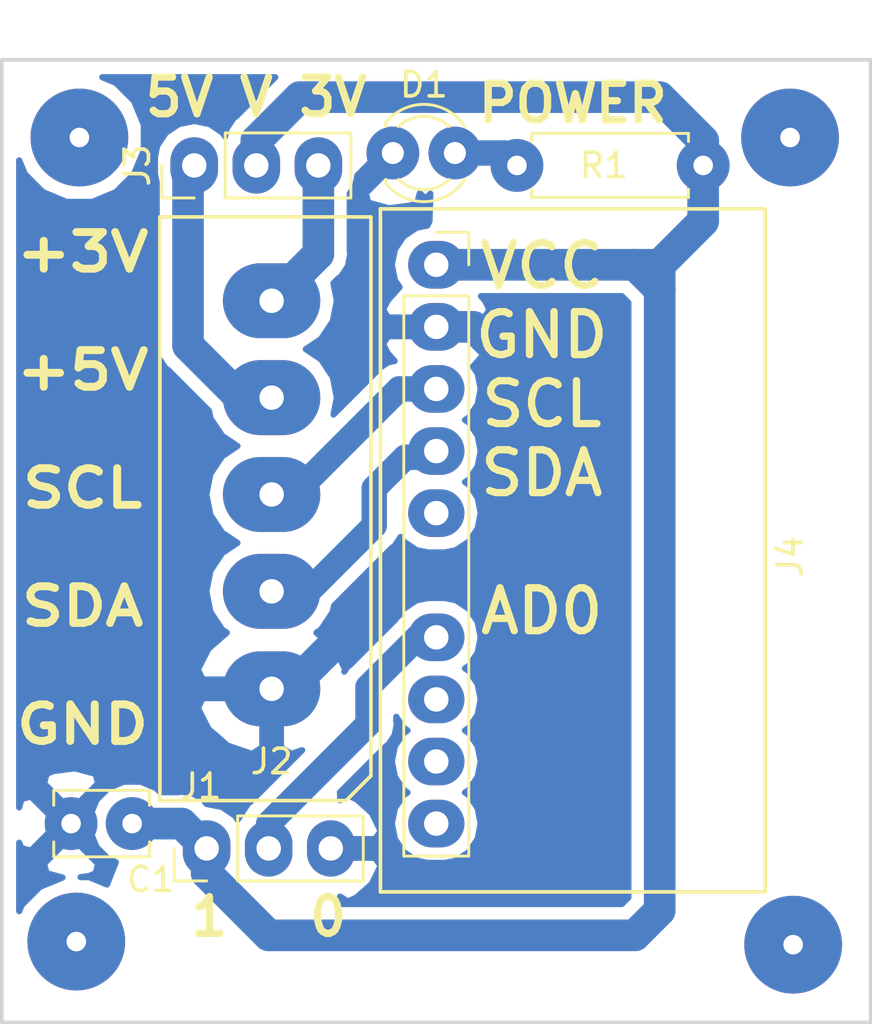
<source format=kicad_pcb>
(kicad_pcb (version 20171130) (host pcbnew "(5.0.2)-1")

  (general
    (thickness 1.6)
    (drawings 9)
    (tracks 51)
    (zones 0)
    (modules 7)
    (nets 13)
  )

  (page A4)
  (layers
    (0 F.Cu signal)
    (31 B.Cu signal)
    (32 B.Adhes user)
    (33 F.Adhes user)
    (34 B.Paste user)
    (35 F.Paste user)
    (36 B.SilkS user)
    (37 F.SilkS user)
    (38 B.Mask user)
    (39 F.Mask user)
    (40 Dwgs.User user)
    (41 Cmts.User user)
    (42 Eco1.User user)
    (43 Eco2.User user)
    (44 Edge.Cuts user)
    (45 Margin user)
    (46 B.CrtYd user)
    (47 F.CrtYd user)
    (48 B.Fab user)
    (49 F.Fab user)
  )

  (setup
    (last_trace_width 0.25)
    (trace_clearance 0.2)
    (zone_clearance 0.508)
    (zone_45_only no)
    (trace_min 0.2)
    (segment_width 0.2)
    (edge_width 0.15)
    (via_size 0.8)
    (via_drill 0.4)
    (via_min_size 0.4)
    (via_min_drill 0.3)
    (uvia_size 0.3)
    (uvia_drill 0.1)
    (uvias_allowed no)
    (uvia_min_size 0.2)
    (uvia_min_drill 0.1)
    (pcb_text_width 0.3)
    (pcb_text_size 1.5 1.5)
    (mod_edge_width 0.15)
    (mod_text_size 1 1)
    (mod_text_width 0.15)
    (pad_size 2.303 1.948)
    (pad_drill 1)
    (pad_to_mask_clearance 0.051)
    (solder_mask_min_width 0.25)
    (aux_axis_origin 0 0)
    (visible_elements FFFFFF7F)
    (pcbplotparams
      (layerselection 0x010fc_ffffffff)
      (usegerberextensions false)
      (usegerberattributes false)
      (usegerberadvancedattributes false)
      (creategerberjobfile false)
      (excludeedgelayer true)
      (linewidth 0.101600)
      (plotframeref false)
      (viasonmask false)
      (mode 1)
      (useauxorigin false)
      (hpglpennumber 1)
      (hpglpenspeed 20)
      (hpglpendiameter 15.000000)
      (psnegative false)
      (psa4output false)
      (plotreference true)
      (plotvalue true)
      (plotinvisibletext false)
      (padsonsilk false)
      (subtractmaskfromsilk false)
      (outputformat 1)
      (mirror false)
      (drillshape 1)
      (scaleselection 1)
      (outputdirectory "front/"))
  )

  (net 0 "")
  (net 1 GND)
  (net 2 VCC)
  (net 3 "Net-(D1-Pad2)")
  (net 4 "Net-(J1-Pad2)")
  (net 5 "Net-(J2-Pad5)")
  (net 6 "Net-(J2-Pad4)")
  (net 7 "Net-(J2-Pad3)")
  (net 8 "Net-(J2-Pad2)")
  (net 9 "Net-(J4-Pad5)")
  (net 10 "Net-(J4-Pad8)")
  (net 11 "Net-(J4-Pad9)")
  (net 12 "Net-(J4-Pad10)")

  (net_class Default "This is the default net class."
    (clearance 0.2)
    (trace_width 0.25)
    (via_dia 0.8)
    (via_drill 0.4)
    (uvia_dia 0.3)
    (uvia_drill 0.1)
  )

  (net_class Power ""
    (clearance 0.2)
    (trace_width 1.295)
    (via_dia 0.8)
    (via_drill 0.4)
    (uvia_dia 0.3)
    (uvia_drill 0.1)
    (add_net GND)
    (add_net "Net-(J2-Pad4)")
    (add_net "Net-(J2-Pad5)")
    (add_net VCC)
  )

  (net_class Signal ""
    (clearance 0.2)
    (trace_width 1.041)
    (via_dia 0.8)
    (via_drill 0.4)
    (uvia_dia 0.3)
    (uvia_drill 0.1)
    (add_net "Net-(D1-Pad2)")
    (add_net "Net-(J1-Pad2)")
    (add_net "Net-(J2-Pad2)")
    (add_net "Net-(J2-Pad3)")
    (add_net "Net-(J4-Pad10)")
    (add_net "Net-(J4-Pad5)")
    (add_net "Net-(J4-Pad8)")
    (add_net "Net-(J4-Pad9)")
  )

  (module Connector_PinSocket_2.54mm:PinSocket_1x10_P2.54mm_Vertical (layer F.Cu) (tedit 5D4838D0) (tstamp 5D54A4DB)
    (at 67.31 57.912)
    (descr "Through hole straight socket strip, 1x10, 2.54mm pitch, single row (from Kicad 4.0.7), script generated")
    (tags "Through hole socket strip THT 1x10 2.54mm single row")
    (path /5D50C020)
    (fp_text reference J4 (at 14.478 11.938 90) (layer F.SilkS)
      (effects (font (size 1 1) (thickness 0.15)))
    )
    (fp_text value Conn_01x10 (at 0 25.63) (layer F.Fab)
      (effects (font (size 1 1) (thickness 0.15)))
    )
    (fp_line (start -1.27 -1.27) (end 0.635 -1.27) (layer F.Fab) (width 0.1))
    (fp_line (start 0.635 -1.27) (end 1.27 -0.635) (layer F.Fab) (width 0.1))
    (fp_line (start 1.27 -0.635) (end 1.27 24.13) (layer F.Fab) (width 0.1))
    (fp_line (start 1.27 24.13) (end -1.27 24.13) (layer F.Fab) (width 0.1))
    (fp_line (start -1.27 24.13) (end -1.27 -1.27) (layer F.Fab) (width 0.1))
    (fp_line (start -1.33 1.27) (end 1.33 1.27) (layer F.SilkS) (width 0.12))
    (fp_line (start -1.33 1.27) (end -1.33 24.19) (layer F.SilkS) (width 0.12))
    (fp_line (start -1.33 24.19) (end 1.33 24.19) (layer F.SilkS) (width 0.12))
    (fp_line (start 1.33 1.27) (end 1.33 24.19) (layer F.SilkS) (width 0.12))
    (fp_line (start 1.33 -1.33) (end 1.33 0) (layer F.SilkS) (width 0.12))
    (fp_line (start 0 -1.33) (end 1.33 -1.33) (layer F.SilkS) (width 0.12))
    (fp_line (start -1.8 -1.8) (end 1.75 -1.8) (layer F.CrtYd) (width 0.05))
    (fp_line (start 1.75 -1.8) (end 1.75 24.6) (layer F.CrtYd) (width 0.05))
    (fp_line (start 1.75 24.6) (end -1.8 24.6) (layer F.CrtYd) (width 0.05))
    (fp_line (start -1.8 24.6) (end -1.8 -1.8) (layer F.CrtYd) (width 0.05))
    (fp_text user %R (at 0 11.43 90) (layer F.Fab)
      (effects (font (size 1 1) (thickness 0.15)))
    )
    (fp_line (start -2.286 -2.286) (end 13.462 -2.286) (layer F.SilkS) (width 0.15))
    (fp_line (start 13.462 -2.286) (end 13.462 25.654) (layer F.SilkS) (width 0.15))
    (fp_line (start 13.462 25.654) (end -2.286 25.654) (layer F.SilkS) (width 0.15))
    (fp_line (start -2.286 25.654) (end -2.286 -2.286) (layer F.SilkS) (width 0.15))
    (pad 1 thru_hole oval (at 0 0) (size 2.3036 1.948) (drill 1) (layers *.Cu *.Mask)
      (net 2 VCC))
    (pad 2 thru_hole oval (at 0 2.54) (size 2.3036 1.948) (drill 1) (layers *.Cu *.Mask)
      (net 1 GND))
    (pad 3 thru_hole oval (at 0 5.08) (size 2.3036 1.948) (drill 1) (layers *.Cu *.Mask)
      (net 7 "Net-(J2-Pad3)"))
    (pad 4 thru_hole oval (at 0 7.62) (size 2.3036 1.948) (drill 1) (layers *.Cu *.Mask)
      (net 8 "Net-(J2-Pad2)"))
    (pad 5 thru_hole oval (at 0 10.16) (size 2.3036 1.948) (drill 1) (layers *.Cu *.Mask)
      (net 9 "Net-(J4-Pad5)"))
    (pad 7 thru_hole oval (at 0 15.24) (size 2.3036 1.948) (drill 1) (layers *.Cu *.Mask)
      (net 4 "Net-(J1-Pad2)"))
    (pad 8 thru_hole oval (at 0 17.78) (size 2.3036 1.948) (drill 1) (layers *.Cu *.Mask)
      (net 10 "Net-(J4-Pad8)"))
    (pad 9 thru_hole oval (at 0 20.32) (size 2.3036 1.948) (drill 1) (layers *.Cu *.Mask)
      (net 11 "Net-(J4-Pad9)"))
    (pad 10 thru_hole oval (at 0 22.86) (size 2.3036 1.948) (drill 1) (layers *.Cu *.Mask)
      (net 12 "Net-(J4-Pad10)"))
    (model ${KISYS3DMOD}/Connector_PinSocket_2.54mm.3dshapes/PinSocket_1x10_P2.54mm_Vertical.wrl
      (at (xyz 0 0 0))
      (scale (xyz 1 1 1))
      (rotate (xyz 0 0 0))
    )
  )

  (module _018:Cap_0.1in_pF (layer F.Cu) (tedit 5BA2F428) (tstamp 5D54A46D)
    (at 54.864 80.772 180)
    (descr "C, Disc series, Radial, pin pitch=2.50mm, , diameter*width=3.8*2.6mm^2, Capacitor, http://www.vishay.com/docs/45233/krseries.pdf")
    (tags "C Disc series Radial pin pitch 2.50mm  diameter 3.8mm width 2.6mm Capacitor")
    (path /5D4826F3)
    (fp_text reference C1 (at -0.762 -2.286 180) (layer F.SilkS)
      (effects (font (size 1 1) (thickness 0.15)))
    )
    (fp_text value C (at 1.25 2.61 180) (layer F.Fab)
      (effects (font (size 1 1) (thickness 0.15)))
    )
    (fp_text user %R (at 1.25 0 180) (layer F.Fab)
      (effects (font (size 1 1) (thickness 0.15)))
    )
    (fp_line (start 3.55 -1.65) (end -1.05 -1.65) (layer F.CrtYd) (width 0.05))
    (fp_line (start 3.55 1.65) (end 3.55 -1.65) (layer F.CrtYd) (width 0.05))
    (fp_line (start -1.05 1.65) (end 3.55 1.65) (layer F.CrtYd) (width 0.05))
    (fp_line (start -1.05 -1.65) (end -1.05 1.65) (layer F.CrtYd) (width 0.05))
    (fp_line (start 3.21 0.75) (end 3.21 1.36) (layer F.SilkS) (width 0.12))
    (fp_line (start 3.21 -1.36) (end 3.21 -0.75) (layer F.SilkS) (width 0.12))
    (fp_line (start -0.71 0.75) (end -0.71 1.36) (layer F.SilkS) (width 0.12))
    (fp_line (start -0.71 -1.36) (end -0.71 -0.75) (layer F.SilkS) (width 0.12))
    (fp_line (start -0.71 1.36) (end 3.21 1.36) (layer F.SilkS) (width 0.12))
    (fp_line (start -0.71 -1.36) (end 3.21 -1.36) (layer F.SilkS) (width 0.12))
    (fp_line (start 3.15 -1.3) (end -0.65 -1.3) (layer F.Fab) (width 0.1))
    (fp_line (start 3.15 1.3) (end 3.15 -1.3) (layer F.Fab) (width 0.1))
    (fp_line (start -0.65 1.3) (end 3.15 1.3) (layer F.Fab) (width 0.1))
    (fp_line (start -0.65 -1.3) (end -0.65 1.3) (layer F.Fab) (width 0.1))
    (pad 2 thru_hole circle (at 2.5 0 180) (size 2.159 2.159) (drill 0.8) (layers *.Cu *.Mask)
      (net 1 GND))
    (pad 1 thru_hole circle (at 0 0 180) (size 2.159 2.159) (drill 0.8) (layers *.Cu *.Mask)
      (net 2 VCC))
    (model ${KISYS3DMOD}/Capacitor_THT.3dshapes/C_Disc_D3.8mm_W2.6mm_P2.50mm.wrl
      (at (xyz 0 0 0))
      (scale (xyz 1 1 1))
      (rotate (xyz 0 0 0))
    )
  )

  (module _018:LED_D3.0mm (layer F.Cu) (tedit 5C572199) (tstamp 5D54A480)
    (at 65.532 53.34)
    (descr "LED, diameter 3.0mm, 2 pins")
    (tags "LED diameter 3.0mm 2 pins")
    (path /5D483BD2)
    (fp_text reference D1 (at 1.27 -2.794) (layer F.SilkS)
      (effects (font (size 1 1) (thickness 0.15)))
    )
    (fp_text value LED (at 1.27 2.96) (layer F.Fab)
      (effects (font (size 1 1) (thickness 0.15)))
    )
    (fp_line (start 3.7 -2.25) (end -1.15 -2.25) (layer F.CrtYd) (width 0.05))
    (fp_line (start 3.7 2.25) (end 3.7 -2.25) (layer F.CrtYd) (width 0.05))
    (fp_line (start -1.15 2.25) (end 3.7 2.25) (layer F.CrtYd) (width 0.05))
    (fp_line (start -1.15 -2.25) (end -1.15 2.25) (layer F.CrtYd) (width 0.05))
    (fp_line (start -0.29 1.08) (end -0.29 1.236) (layer F.SilkS) (width 0.12))
    (fp_line (start -0.29 -1.236) (end -0.29 -1.08) (layer F.SilkS) (width 0.12))
    (fp_line (start -0.23 -1.16619) (end -0.23 1.16619) (layer F.Fab) (width 0.1))
    (fp_circle (center 1.27 0) (end 2.77 0) (layer F.Fab) (width 0.1))
    (fp_arc (start 1.27 0) (end 0.229039 1.08) (angle -87.9) (layer F.SilkS) (width 0.12))
    (fp_arc (start 1.27 0) (end 0.229039 -1.08) (angle 87.9) (layer F.SilkS) (width 0.12))
    (fp_arc (start 1.27 0) (end -0.29 1.235516) (angle -108.8) (layer F.SilkS) (width 0.12))
    (fp_arc (start 1.27 0) (end -0.29 -1.235516) (angle 108.8) (layer F.SilkS) (width 0.12))
    (fp_arc (start 1.27 0) (end -0.23 -1.16619) (angle 284.3) (layer F.Fab) (width 0.1))
    (pad 2 thru_hole circle (at 2.54 0) (size 2.159 2.159) (drill 0.9) (layers *.Cu *.Mask)
      (net 3 "Net-(D1-Pad2)"))
    (pad 1 thru_hole circle (at 0 0) (size 2.159 2.159) (drill 0.9) (layers *.Cu *.Mask)
      (net 1 GND))
    (model ${KISYS3DMOD}/LED_THT.3dshapes/LED_D3.0mm.step
      (offset (xyz 0 0 -3.174999952316284))
      (scale (xyz 1 1 1))
      (rotate (xyz 0 0 0))
    )
  )

  (module Connector_PinHeader_2.54mm:PinHeader_1x03_P2.54mm_Vertical (layer F.Cu) (tedit 59FED5CC) (tstamp 5D54A497)
    (at 57.912 81.788 90)
    (descr "Through hole straight pin header, 1x03, 2.54mm pitch, single row")
    (tags "Through hole pin header THT 1x03 2.54mm single row")
    (path /5D480001)
    (fp_text reference J1 (at 2.54 -0.254 180) (layer F.SilkS)
      (effects (font (size 1 1) (thickness 0.15)))
    )
    (fp_text value Conn_01x03_Male (at 0 7.41 90) (layer F.Fab)
      (effects (font (size 1 1) (thickness 0.15)))
    )
    (fp_line (start -0.635 -1.27) (end 1.27 -1.27) (layer F.Fab) (width 0.1))
    (fp_line (start 1.27 -1.27) (end 1.27 6.35) (layer F.Fab) (width 0.1))
    (fp_line (start 1.27 6.35) (end -1.27 6.35) (layer F.Fab) (width 0.1))
    (fp_line (start -1.27 6.35) (end -1.27 -0.635) (layer F.Fab) (width 0.1))
    (fp_line (start -1.27 -0.635) (end -0.635 -1.27) (layer F.Fab) (width 0.1))
    (fp_line (start -1.33 6.41) (end 1.33 6.41) (layer F.SilkS) (width 0.12))
    (fp_line (start -1.33 1.27) (end -1.33 6.41) (layer F.SilkS) (width 0.12))
    (fp_line (start 1.33 1.27) (end 1.33 6.41) (layer F.SilkS) (width 0.12))
    (fp_line (start -1.33 1.27) (end 1.33 1.27) (layer F.SilkS) (width 0.12))
    (fp_line (start -1.33 0) (end -1.33 -1.33) (layer F.SilkS) (width 0.12))
    (fp_line (start -1.33 -1.33) (end 0 -1.33) (layer F.SilkS) (width 0.12))
    (fp_line (start -1.8 -1.8) (end -1.8 6.85) (layer F.CrtYd) (width 0.05))
    (fp_line (start -1.8 6.85) (end 1.8 6.85) (layer F.CrtYd) (width 0.05))
    (fp_line (start 1.8 6.85) (end 1.8 -1.8) (layer F.CrtYd) (width 0.05))
    (fp_line (start 1.8 -1.8) (end -1.8 -1.8) (layer F.CrtYd) (width 0.05))
    (fp_text user %R (at 0 2.54 180) (layer F.Fab)
      (effects (font (size 1 1) (thickness 0.15)))
    )
    (pad 1 thru_hole oval (at 0 0 90) (size 2.303 1.948) (drill 1) (layers *.Cu *.Mask)
      (net 2 VCC))
    (pad 2 thru_hole oval (at 0 2.54 90) (size 2.303 1.948) (drill 1) (layers *.Cu *.Mask)
      (net 4 "Net-(J1-Pad2)"))
    (pad 3 thru_hole oval (at 0 5.08 90) (size 2.303 1.948) (drill 1) (layers *.Cu *.Mask)
      (net 1 GND))
    (model ${KISYS3DMOD}/Connector_PinHeader_2.54mm.3dshapes/PinHeader_1x03_P2.54mm_Vertical.wrl
      (at (xyz 0 0 0))
      (scale (xyz 1 1 1))
      (rotate (xyz 0 0 0))
    )
  )

  (module _019:Molex_5 (layer F.Cu) (tedit 5D47D20C) (tstamp 5D54A4A6)
    (at 60.571001 75.259001)
    (descr "Through hole straight socket strip, 1x05, 2.54mm pitch, single row (from Kicad 4.0.7), script generated")
    (tags "Through hole socket strip THT 1x05 2.54mm single row")
    (path /5D50C0A0)
    (fp_text reference J2 (at 0 2.972999 180) (layer F.SilkS)
      (effects (font (size 1 1) (thickness 0.15)))
    )
    (fp_text value Conn_01x05 (at -2.4892 9.525) (layer F.Fab) hide
      (effects (font (size 1 1) (thickness 0.15)))
    )
    (fp_text user %R (at 0.1524 -8.001 270) (layer F.Fab)
      (effects (font (size 1 1) (thickness 0.15)))
    )
    (fp_line (start -4.572 -19.304) (end 4.064 -19.304) (layer F.SilkS) (width 0.15))
    (fp_line (start 4.064 -19.304) (end 4.064 3.556) (layer F.SilkS) (width 0.15))
    (fp_line (start 4.064 3.556) (end 3.048 4.572) (layer F.SilkS) (width 0.15))
    (fp_line (start 3.048 4.572) (end -4.572 4.572) (layer F.SilkS) (width 0.15))
    (fp_line (start -4.572 4.572) (end -4.572 -19.304) (layer F.SilkS) (width 0.15))
    (pad 5 thru_hole oval (at 0 -15.875) (size 3.986 3.0656) (drill 1) (layers *.Cu *.Mask)
      (net 5 "Net-(J2-Pad5)"))
    (pad 4 thru_hole oval (at 0 -11.9126) (size 3.986 3.0656) (drill 1) (layers *.Cu *.Mask)
      (net 6 "Net-(J2-Pad4)"))
    (pad 3 thru_hole oval (at 0 -7.9502) (size 3.986 3.0656) (drill 1) (layers *.Cu *.Mask)
      (net 7 "Net-(J2-Pad3)"))
    (pad 2 thru_hole oval (at 0 -3.9878) (size 3.986 3.0656) (drill 1) (layers *.Cu *.Mask)
      (net 8 "Net-(J2-Pad2)"))
    (pad 1 thru_hole oval (at 0 0) (size 3.986 3.0656) (drill 1) (layers *.Cu *.Mask)
      (net 1 GND))
    (model ${KISYS3DMOD}/Connector_PinSocket_2.54mm.3dshapes/PinSocket_1x05_P2.54mm_Vertical.wrl
      (offset (xyz 0 12.69999980926514 0))
      (scale (xyz 1 1 1))
      (rotate (xyz 0 0 0))
    )
  )

  (module Connector_PinHeader_2.54mm:PinHeader_1x03_P2.54mm_Vertical (layer F.Cu) (tedit 5D483476) (tstamp 5D54A4BD)
    (at 57.404 53.848 90)
    (descr "Through hole straight pin header, 1x03, 2.54mm pitch, single row")
    (tags "Through hole pin header THT 1x03 2.54mm single row")
    (path /5D480121)
    (fp_text reference J3 (at 0 -2.33 90) (layer F.SilkS)
      (effects (font (size 1 1) (thickness 0.15)))
    )
    (fp_text value Conn_01x03_Male (at 0 7.41 90) (layer F.Fab)
      (effects (font (size 1 1) (thickness 0.15)))
    )
    (fp_text user %R (at 0 2.54 180) (layer F.Fab)
      (effects (font (size 1 1) (thickness 0.15)))
    )
    (fp_line (start 1.8 -1.8) (end -1.8 -1.8) (layer F.CrtYd) (width 0.05))
    (fp_line (start 1.8 6.85) (end 1.8 -1.8) (layer F.CrtYd) (width 0.05))
    (fp_line (start -1.8 6.85) (end 1.8 6.85) (layer F.CrtYd) (width 0.05))
    (fp_line (start -1.8 -1.8) (end -1.8 6.85) (layer F.CrtYd) (width 0.05))
    (fp_line (start -1.33 -1.33) (end 0 -1.33) (layer F.SilkS) (width 0.12))
    (fp_line (start -1.33 0) (end -1.33 -1.33) (layer F.SilkS) (width 0.12))
    (fp_line (start -1.33 1.27) (end 1.33 1.27) (layer F.SilkS) (width 0.12))
    (fp_line (start 1.33 1.27) (end 1.33 6.41) (layer F.SilkS) (width 0.12))
    (fp_line (start -1.33 1.27) (end -1.33 6.41) (layer F.SilkS) (width 0.12))
    (fp_line (start -1.33 6.41) (end 1.33 6.41) (layer F.SilkS) (width 0.12))
    (fp_line (start -1.27 -0.635) (end -0.635 -1.27) (layer F.Fab) (width 0.1))
    (fp_line (start -1.27 6.35) (end -1.27 -0.635) (layer F.Fab) (width 0.1))
    (fp_line (start 1.27 6.35) (end -1.27 6.35) (layer F.Fab) (width 0.1))
    (fp_line (start 1.27 -1.27) (end 1.27 6.35) (layer F.Fab) (width 0.1))
    (fp_line (start -0.635 -1.27) (end 1.27 -1.27) (layer F.Fab) (width 0.1))
    (pad 3 thru_hole oval (at 0 5.08 90) (size 2.303 1.948) (drill 1) (layers *.Cu *.Mask)
      (net 5 "Net-(J2-Pad5)"))
    (pad 2 thru_hole oval (at 0 2.54 90) (size 2.303 1.948) (drill 1) (layers *.Cu *.Mask)
      (net 2 VCC))
    (pad 1 thru_hole oval (at 0 0 90) (size 2.303 1.948) (drill 1) (layers *.Cu *.Mask)
      (net 6 "Net-(J2-Pad4)"))
    (model ${KISYS3DMOD}/Connector_PinHeader_2.54mm.3dshapes/PinHeader_1x03_P2.54mm_Vertical.wrl
      (at (xyz 0 0 0))
      (scale (xyz 1 1 1))
      (rotate (xyz 0 0 0))
    )
  )

  (module _018:Res_Small (layer F.Cu) (tedit 5B3139D2) (tstamp 5D54A4F1)
    (at 70.612 53.848)
    (descr "Resistor, Axial_DIN0207 series, Axial, Horizontal, pin pitch=7.62mm, 0.25W = 1/4W, length*diameter=6.3*2.5mm^2, http://cdn-reichelt.de/documents/datenblatt/B400/1_4W%23YAG.pdf")
    (tags "Resistor Axial_DIN0207 series Axial Horizontal pin pitch 7.62mm 0.25W = 1/4W length 6.3mm diameter 2.5mm")
    (path /5D483B60)
    (fp_text reference R1 (at 3.556 0) (layer F.SilkS)
      (effects (font (size 1 1) (thickness 0.15)))
    )
    (fp_text value R (at 3.81 2.31) (layer F.Fab)
      (effects (font (size 1 1) (thickness 0.15)))
    )
    (fp_line (start 8.7 -1.6) (end -1.05 -1.6) (layer F.CrtYd) (width 0.05))
    (fp_line (start 8.7 1.6) (end 8.7 -1.6) (layer F.CrtYd) (width 0.05))
    (fp_line (start -1.05 1.6) (end 8.7 1.6) (layer F.CrtYd) (width 0.05))
    (fp_line (start -1.05 -1.6) (end -1.05 1.6) (layer F.CrtYd) (width 0.05))
    (fp_line (start 7.02 1.31) (end 7.02 0.98) (layer F.SilkS) (width 0.12))
    (fp_line (start 0.6 1.31) (end 7.02 1.31) (layer F.SilkS) (width 0.12))
    (fp_line (start 0.6 0.98) (end 0.6 1.31) (layer F.SilkS) (width 0.12))
    (fp_line (start 7.02 -1.31) (end 7.02 -0.98) (layer F.SilkS) (width 0.12))
    (fp_line (start 0.6 -1.31) (end 7.02 -1.31) (layer F.SilkS) (width 0.12))
    (fp_line (start 0.6 -0.98) (end 0.6 -1.31) (layer F.SilkS) (width 0.12))
    (fp_line (start 7.62 0) (end 6.96 0) (layer F.Fab) (width 0.1))
    (fp_line (start 0 0) (end 0.66 0) (layer F.Fab) (width 0.1))
    (fp_line (start 6.96 -1.25) (end 0.66 -1.25) (layer F.Fab) (width 0.1))
    (fp_line (start 6.96 1.25) (end 6.96 -1.25) (layer F.Fab) (width 0.1))
    (fp_line (start 0.66 1.25) (end 6.96 1.25) (layer F.Fab) (width 0.1))
    (fp_line (start 0.66 -1.25) (end 0.66 1.25) (layer F.Fab) (width 0.1))
    (pad 2 thru_hole circle (at 7.62 0) (size 2.159 2.159) (drill 0.8) (layers *.Cu *.Mask)
      (net 2 VCC))
    (pad 1 thru_hole circle (at 0 0) (size 2.159 2.159) (drill 0.8) (layers *.Cu *.Mask)
      (net 3 "Net-(D1-Pad2)"))
    (model ${KISYS3DMOD}/Resistor_THT.3dshapes/R_Axial_DIN0207_L6.3mm_D2.5mm_P7.62mm_Horizontal.wrl
      (at (xyz 0 0 0))
      (scale (xyz 1 1 1))
      (rotate (xyz 0 0 0))
    )
  )

  (gr_text POWER (at 72.898 51.308) (layer F.SilkS)
    (effects (font (size 1.5 1.5) (thickness 0.3)))
  )
  (gr_text "5V V 3V" (at 59.944 51.054) (layer F.SilkS)
    (effects (font (size 1.5 1.5) (thickness 0.3)))
  )
  (gr_text "1   0" (at 60.452 84.582) (layer F.SilkS)
    (effects (font (size 1.5 1.5) (thickness 0.3)))
  )
  (gr_text "VCC\nGND\nSCL\nSDA\n\nAD0" (at 71.628 65.024) (layer F.SilkS)
    (effects (font (size 1.754 1.754) (thickness 0.3)))
  )
  (gr_text "+3V\n\n+5V\n\nSCL\n\nSDA\n\nGND" (at 52.832 67.056) (layer F.SilkS)
    (effects (font (size 1.5 1.754) (thickness 0.3242)))
  )
  (gr_line (start 49.53 49.53) (end 85.09 49.53) (layer Edge.Cuts) (width 0.15))
  (gr_line (start 49.53 88.9) (end 49.53 49.53) (layer Edge.Cuts) (width 0.15))
  (gr_line (start 85.09 88.9) (end 49.53 88.9) (layer Edge.Cuts) (width 0.15))
  (gr_line (start 85.09 49.53) (end 85.09 88.9) (layer Edge.Cuts) (width 0.15))

  (via (at 81.915 85.725) (size 4) (drill 0.8) (layers F.Cu B.Cu) (net 0))
  (via (at 81.788 52.705) (size 4) (drill 0.8) (layers F.Cu B.Cu) (net 0) (tstamp 5D54B098))
  (via (at 52.705 52.705) (size 4) (drill 0.8) (layers F.Cu B.Cu) (net 0) (tstamp 5D54B098))
  (via (at 52.578 85.598) (size 4) (drill 0.8) (layers F.Cu B.Cu) (net 0) (tstamp 5D54B098))
  (segment (start 68.834 60.452) (end 70.358 61.976) (width 1.295) (layer B.Cu) (net 1))
  (segment (start 67.31 60.452) (end 68.834 60.452) (width 1.295) (layer B.Cu) (net 1))
  (segment (start 61.295657 75.259001) (end 60.571001 75.259001) (width 1.295) (layer B.Cu) (net 1))
  (segment (start 70.358 69.088) (end 68.58 70.866) (width 1.295) (layer B.Cu) (net 1))
  (segment (start 68.58 70.866) (end 65.688658 70.866) (width 1.295) (layer B.Cu) (net 1))
  (segment (start 70.358 61.976) (end 70.358 69.088) (width 1.295) (layer B.Cu) (net 1))
  (segment (start 65.688658 70.866) (end 61.295657 75.259001) (width 1.295) (layer B.Cu) (net 1))
  (segment (start 78.232 52.832) (end 78.232 53.848) (width 1.295) (layer B.Cu) (net 2))
  (segment (start 76.454 51.054) (end 78.232 52.832) (width 1.295) (layer B.Cu) (net 2))
  (segment (start 61.722 51.054) (end 76.454 51.054) (width 1.295) (layer B.Cu) (net 2))
  (segment (start 59.944 53.848) (end 59.944 52.832) (width 1.295) (layer B.Cu) (net 2))
  (segment (start 59.944 52.832) (end 61.722 51.054) (width 1.295) (layer B.Cu) (net 2))
  (segment (start 78.232 53.848) (end 78.232 56.134) (width 1.295) (layer B.Cu) (net 2))
  (segment (start 78.232 56.134) (end 76.454 57.912) (width 1.295) (layer B.Cu) (net 2))
  (segment (start 75.438 57.912) (end 76.454 58.928) (width 1.295) (layer B.Cu) (net 2))
  (segment (start 76.454 58.928) (end 76.454 57.912) (width 1.295) (layer B.Cu) (net 2))
  (segment (start 75.438 57.912) (end 67.31 57.912) (width 1.295) (layer B.Cu) (net 2))
  (segment (start 76.454 57.912) (end 75.438 57.912) (width 1.295) (layer B.Cu) (net 2))
  (segment (start 76.454 84.328) (end 76.454 58.928) (width 1.295) (layer B.Cu) (net 2))
  (segment (start 75.438 85.344) (end 76.454 84.328) (width 1.295) (layer B.Cu) (net 2))
  (segment (start 60.452 85.344) (end 75.438 85.344) (width 1.295) (layer B.Cu) (net 2))
  (segment (start 57.912 81.788) (end 57.912 82.804) (width 1.295) (layer B.Cu) (net 2))
  (segment (start 57.912 82.804) (end 60.452 85.344) (width 1.295) (layer B.Cu) (net 2))
  (segment (start 56.896 80.772) (end 57.912 81.788) (width 1.295) (layer B.Cu) (net 2))
  (segment (start 54.864 80.772) (end 56.896 80.772) (width 1.295) (layer B.Cu) (net 2))
  (segment (start 70.104 53.34) (end 70.612 53.848) (width 1.041) (layer B.Cu) (net 3))
  (segment (start 68.072 53.34) (end 70.104 53.34) (width 1.041) (layer B.Cu) (net 3))
  (segment (start 60.452 80.772) (end 60.452 81.788) (width 1.041) (layer B.Cu) (net 4))
  (segment (start 64.516 76.708) (end 60.452 80.772) (width 1.041) (layer B.Cu) (net 4))
  (segment (start 64.516 75.184) (end 64.516 76.708) (width 1.041) (layer B.Cu) (net 4))
  (segment (start 67.31 73.152) (end 66.548 73.152) (width 1.041) (layer B.Cu) (net 4))
  (segment (start 66.548 73.152) (end 64.516 75.184) (width 1.041) (layer B.Cu) (net 4))
  (segment (start 62.484 57.471002) (end 60.571001 59.384001) (width 1.295) (layer B.Cu) (net 5))
  (segment (start 62.484 53.848) (end 62.484 57.471002) (width 1.295) (layer B.Cu) (net 5))
  (segment (start 59.282401 63.346401) (end 60.571001 63.346401) (width 1.295) (layer B.Cu) (net 6))
  (segment (start 57.15 61.214) (end 59.282401 63.346401) (width 1.295) (layer B.Cu) (net 6))
  (segment (start 57.404 53.848) (end 57.15 54.102) (width 1.295) (layer B.Cu) (net 6))
  (segment (start 57.15 54.102) (end 57.15 61.214) (width 1.295) (layer B.Cu) (net 6))
  (segment (start 61.469199 67.308801) (end 60.571001 67.308801) (width 1.041) (layer B.Cu) (net 7))
  (segment (start 67.31 62.992) (end 65.786 62.992) (width 1.041) (layer B.Cu) (net 7))
  (segment (start 65.786 62.992) (end 61.469199 67.308801) (width 1.041) (layer B.Cu) (net 7))
  (segment (start 62.078799 71.271201) (end 60.571001 71.271201) (width 1.041) (layer B.Cu) (net 8))
  (segment (start 64.77 68.58) (end 62.078799 71.271201) (width 1.041) (layer B.Cu) (net 8))
  (segment (start 64.77 67.056) (end 64.77 68.58) (width 1.041) (layer B.Cu) (net 8))
  (segment (start 66.04 65.786) (end 64.77 67.056) (width 1.041) (layer B.Cu) (net 8))
  (segment (start 67.31 65.532) (end 67.31 65.786) (width 1.041) (layer B.Cu) (net 8))
  (segment (start 67.31 65.786) (end 66.04 65.786) (width 1.041) (layer B.Cu) (net 8))

  (zone (net 1) (net_name GND) (layer B.Cu) (tstamp 0) (hatch edge 0.508)
    (connect_pads (clearance 0.508))
    (min_thickness 0.254)
    (fill yes (arc_segments 16) (thermal_gap 1.016) (thermal_bridge_width 1.016))
    (polygon
      (pts
        (xy 84.836 49.784) (xy 84.836 88.265) (xy 49.784 88.265) (xy 49.784 49.784)
      )
    )
    (filled_polygon
      (pts
        (xy 59.126454 51.835818) (xy 59.01937 51.907369) (xy 58.735912 52.331594) (xy 58.669061 52.667675) (xy 58.564024 52.510476)
        (xy 58.0318 52.154855) (xy 57.404 52.029978) (xy 56.776199 52.154855) (xy 56.243976 52.510476) (xy 55.888355 53.0427)
        (xy 55.795 53.512029) (xy 55.795 54.183972) (xy 55.8675 54.548456) (xy 55.867501 61.087685) (xy 55.842375 61.214)
        (xy 55.903474 61.521161) (xy 55.941913 61.714406) (xy 56.22537 62.138631) (xy 56.332454 62.210182) (xy 58.007764 63.885493)
        (xy 58.068779 64.192234) (xy 58.547905 64.909297) (xy 59.173941 65.327601) (xy 58.547905 65.745905) (xy 58.068779 66.462968)
        (xy 57.900532 67.308801) (xy 58.068779 68.154634) (xy 58.547905 68.871697) (xy 59.173941 69.290001) (xy 58.547905 69.708305)
        (xy 58.068779 70.425368) (xy 57.900532 71.271201) (xy 58.068779 72.117034) (xy 58.547905 72.834097) (xy 58.74088 72.963038)
        (xy 57.988032 73.618822) (xy 57.554474 74.468369) (xy 57.751314 74.878001) (xy 60.190001 74.878001) (xy 60.190001 74.858001)
        (xy 60.952001 74.858001) (xy 60.952001 74.878001) (xy 60.972001 74.878001) (xy 60.972001 75.640001) (xy 60.952001 75.640001)
        (xy 60.952001 77.65468) (xy 61.372444 77.919807) (xy 61.820489 77.769387) (xy 59.715414 79.874463) (xy 59.618931 79.938931)
        (xy 59.396653 80.271594) (xy 59.363543 80.321147) (xy 59.344845 80.41515) (xy 59.291976 80.450476) (xy 59.182 80.615066)
        (xy 59.072024 80.450476) (xy 58.5398 80.094855) (xy 57.912 79.969978) (xy 57.908419 79.97069) (xy 57.892184 79.954455)
        (xy 57.820631 79.847369) (xy 57.396406 79.563912) (xy 57.022312 79.4895) (xy 57.022311 79.4895) (xy 56.896 79.464375)
        (xy 56.769689 79.4895) (xy 56.006169 79.4895) (xy 55.835186 79.318517) (xy 55.205035 79.0575) (xy 54.522965 79.0575)
        (xy 53.892814 79.318517) (xy 53.410517 79.800814) (xy 53.1495 80.430965) (xy 53.1495 80.525315) (xy 52.902815 80.772)
        (xy 53.1495 81.018685) (xy 53.1495 81.113035) (xy 53.410517 81.743186) (xy 53.892814 82.225483) (xy 54.19702 82.351489)
        (xy 53.831561 83.265138) (xy 53.102134 82.963) (xy 52.749861 82.963) (xy 53.08975 82.918679) (xy 53.368749 82.803114)
        (xy 53.468709 82.415524) (xy 52.364 81.310815) (xy 51.259291 82.415524) (xy 51.359251 82.803114) (xy 52.014139 82.979456)
        (xy 51.085392 83.364155) (xy 50.344155 84.105392) (xy 50.24 84.356844) (xy 50.24 81.552502) (xy 50.332886 81.776749)
        (xy 50.720476 81.876709) (xy 51.825185 80.772) (xy 50.720476 79.667291) (xy 50.332886 79.767251) (xy 50.24 80.112206)
        (xy 50.24 79.128476) (xy 51.259291 79.128476) (xy 52.364 80.233185) (xy 53.468709 79.128476) (xy 53.368749 78.740886)
        (xy 52.514993 78.510995) (xy 51.63825 78.625321) (xy 51.359251 78.740886) (xy 51.259291 79.128476) (xy 50.24 79.128476)
        (xy 50.24 76.049633) (xy 57.554474 76.049633) (xy 57.988032 76.89918) (xy 58.777287 77.586677) (xy 59.769558 77.919807)
        (xy 60.190001 77.65468) (xy 60.190001 75.640001) (xy 57.751314 75.640001) (xy 57.554474 76.049633) (xy 50.24 76.049633)
        (xy 50.24 53.63955) (xy 50.471155 54.197608) (xy 51.212392 54.938845) (xy 52.180866 55.34) (xy 53.229134 55.34)
        (xy 54.197608 54.938845) (xy 54.938845 54.197608) (xy 55.34 53.229134) (xy 55.34 52.180866) (xy 54.938845 51.212392)
        (xy 54.197608 50.471155) (xy 53.63955 50.24) (xy 60.722271 50.24)
      )
    )
    (filled_polygon
      (pts
        (xy 66.084958 53.325858) (xy 66.070815 53.34) (xy 66.084958 53.354143) (xy 65.546143 53.892958) (xy 65.532 53.878815)
        (xy 64.427291 54.983524) (xy 64.527251 55.371114) (xy 65.381007 55.601005) (xy 66.25775 55.486679) (xy 66.536749 55.371114)
        (xy 66.636708 54.983526) (xy 66.863165 55.209983) (xy 67.069039 55.004109) (xy 67.031535 56.129223) (xy 66.948056 56.308106)
        (xy 66.504399 56.396355) (xy 65.972176 56.751976) (xy 65.616555 57.284199) (xy 65.491678 57.912) (xy 65.616555 58.539801)
        (xy 65.809331 58.828309) (xy 65.314922 59.382839) (xy 65.135007 59.749926) (xy 65.341023 60.071) (xy 66.929 60.071)
        (xy 66.929 60.051) (xy 67.691 60.051) (xy 67.691 60.071) (xy 69.278977 60.071) (xy 69.484993 59.749926)
        (xy 69.305078 59.382839) (xy 69.137158 59.1945) (xy 74.906772 59.1945) (xy 75.171501 59.45923) (xy 75.1715 83.796771)
        (xy 74.906772 84.0615) (xy 63.373002 84.0615) (xy 63.373002 83.756678) (xy 63.694074 83.962693) (xy 64.060902 83.782933)
        (xy 64.675038 83.235538) (xy 65.032947 82.494791) (xy 64.804869 82.169) (xy 63.373 82.169) (xy 63.373 82.189)
        (xy 62.611 82.189) (xy 62.611 82.169) (xy 62.591 82.169) (xy 62.591 81.407) (xy 62.611 81.407)
        (xy 62.611 81.387) (xy 63.373 81.387) (xy 63.373 81.407) (xy 64.804869 81.407) (xy 65.032947 81.081209)
        (xy 64.675038 80.340462) (xy 64.060902 79.793067) (xy 63.694074 79.613307) (xy 63.373002 79.819322) (xy 63.373002 79.4935)
        (xy 63.364623 79.4935) (xy 65.252589 77.605535) (xy 65.349069 77.541069) (xy 65.604457 77.158854) (xy 65.6715 76.821804)
        (xy 65.694137 76.708) (xy 65.6715 76.594196) (xy 65.6715 76.402032) (xy 65.972176 76.852024) (xy 66.136766 76.962)
        (xy 65.972176 77.071976) (xy 65.616555 77.604199) (xy 65.491678 78.232) (xy 65.616555 78.859801) (xy 65.972176 79.392024)
        (xy 66.136766 79.502) (xy 65.972176 79.611976) (xy 65.616555 80.144199) (xy 65.491678 80.772) (xy 65.616555 81.399801)
        (xy 65.972176 81.932024) (xy 66.504399 82.287645) (xy 66.973728 82.381) (xy 67.646272 82.381) (xy 68.115601 82.287645)
        (xy 68.647824 81.932024) (xy 69.003445 81.399801) (xy 69.128322 80.772) (xy 69.003445 80.144199) (xy 68.647824 79.611976)
        (xy 68.483234 79.502) (xy 68.647824 79.392024) (xy 69.003445 78.859801) (xy 69.128322 78.232) (xy 69.003445 77.604199)
        (xy 68.647824 77.071976) (xy 68.483234 76.962) (xy 68.647824 76.852024) (xy 69.003445 76.319801) (xy 69.128322 75.692)
        (xy 69.003445 75.064199) (xy 68.647824 74.531976) (xy 68.483234 74.422) (xy 68.647824 74.312024) (xy 69.003445 73.779801)
        (xy 69.128322 73.152) (xy 69.003445 72.524199) (xy 68.647824 71.991976) (xy 68.115601 71.636355) (xy 67.646272 71.543)
        (xy 66.973728 71.543) (xy 66.504399 71.636355) (xy 65.972176 71.991976) (xy 65.78499 72.272119) (xy 65.714931 72.318931)
        (xy 65.650465 72.415411) (xy 63.779413 74.286463) (xy 63.682931 74.350931) (xy 63.544164 74.55861) (xy 63.587528 74.468369)
        (xy 63.15397 73.618822) (xy 62.401122 72.963038) (xy 62.594097 72.834097) (xy 63.073223 72.117034) (xy 63.124407 71.859716)
        (xy 65.506589 69.477535) (xy 65.603069 69.413069) (xy 65.848108 69.046343) (xy 65.972176 69.232024) (xy 66.504399 69.587645)
        (xy 66.973728 69.681) (xy 67.646272 69.681) (xy 68.115601 69.587645) (xy 68.647824 69.232024) (xy 69.003445 68.699801)
        (xy 69.128322 68.072) (xy 69.003445 67.444199) (xy 68.647824 66.911976) (xy 68.483234 66.802) (xy 68.647824 66.692024)
        (xy 69.003445 66.159801) (xy 69.128322 65.532) (xy 69.003445 64.904199) (xy 68.647824 64.371976) (xy 68.483234 64.262)
        (xy 68.647824 64.152024) (xy 69.003445 63.619801) (xy 69.128322 62.992) (xy 69.003445 62.364199) (xy 68.810669 62.075691)
        (xy 69.305078 61.521161) (xy 69.484993 61.154074) (xy 69.278977 60.833) (xy 67.691 60.833) (xy 67.691 60.853)
        (xy 66.929 60.853) (xy 66.929 60.833) (xy 65.341023 60.833) (xy 65.135007 61.154074) (xy 65.314922 61.521161)
        (xy 65.607539 61.849361) (xy 65.335146 61.903543) (xy 64.952931 62.158931) (xy 64.888463 62.255414) (xy 63.103412 64.040465)
        (xy 63.24147 63.346401) (xy 63.073223 62.500568) (xy 62.594097 61.783505) (xy 61.968061 61.365201) (xy 62.594097 60.946897)
        (xy 63.073223 60.229834) (xy 63.24147 59.384001) (xy 63.099327 58.669403) (xy 63.301547 58.467184) (xy 63.408631 58.395633)
        (xy 63.692088 57.971408) (xy 63.7665 57.597314) (xy 63.791625 57.471003) (xy 63.7665 57.344692) (xy 63.7665 55.002226)
        (xy 63.999645 54.6533) (xy 64.079042 54.254143) (xy 64.993185 53.34) (xy 64.979043 53.325858) (xy 65.517858 52.787043)
        (xy 65.532 52.801185) (xy 65.546143 52.787043)
      )
    )
  )
  (zone (net 0) (net_name "") (layer B.Cu) (tstamp 0) (hatch edge 0.508)
    (connect_pads (clearance 0.508))
    (min_thickness 0.254)
    (keepout (tracks not_allowed) (vias not_allowed) (copperpour not_allowed))
    (fill (arc_segments 16) (thermal_gap 0.508) (thermal_bridge_width 0.508))
    (polygon
      (pts
        (xy 54.356 82.296) (xy 54.102 83.566) (xy 53.848 83.566)
      )
    )
  )
  (zone (net 0) (net_name "") (layer B.Cu) (tstamp 0) (hatch edge 0.508)
    (connect_pads (clearance 0.508))
    (min_thickness 0.254)
    (keepout (tracks not_allowed) (vias not_allowed) (copperpour not_allowed))
    (fill (arc_segments 16) (thermal_gap 0.508) (thermal_bridge_width 0.508))
    (polygon
      (pts
        (xy 67.2338 54.6862) (xy 67.2084 54.61) (xy 67.2338 56.1594) (xy 66.9798 56.5404) (xy 67.1576 56.1594)
        (xy 67.2084 54.6354) (xy 67.2338 54.737)
      )
    )
  )
)

</source>
